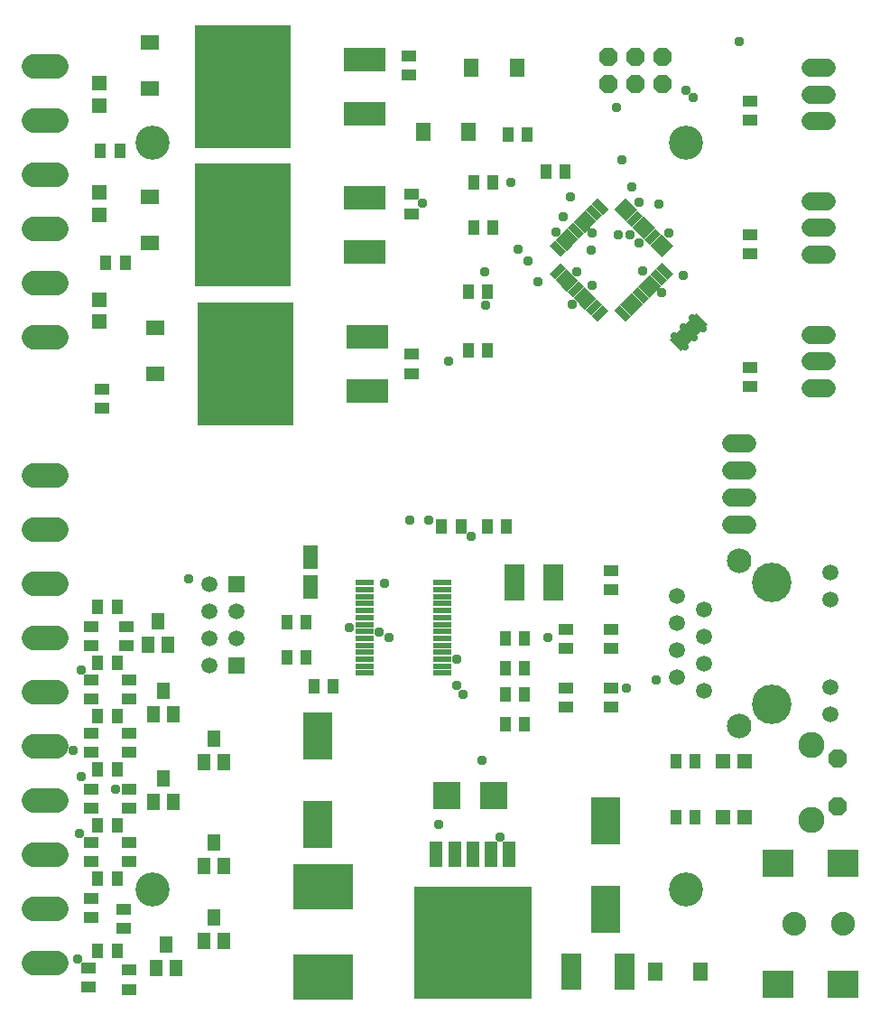
<source format=gbr>
G04 EAGLE Gerber RS-274X export*
G75*
%MOMM*%
%FSLAX34Y34*%
%LPD*%
%INSoldermask Top*%
%IPPOS*%
%AMOC8*
5,1,8,0,0,1.08239X$1,22.5*%
G01*
%ADD10C,3.203200*%
%ADD11R,1.403200X1.403200*%
%ADD12R,1.473200X1.673200*%
%ADD13R,1.003200X1.403200*%
%ADD14R,1.983200X3.403200*%
%ADD15R,3.003200X2.603200*%
%ADD16C,2.235200*%
%ADD17R,1.403200X1.003200*%
%ADD18R,1.673200X1.473200*%
%ADD19R,4.013200X2.286000*%
%ADD20R,9.093200X11.633200*%
%ADD21R,1.511200X1.511200*%
%ADD22C,1.511200*%
%ADD23C,2.298700*%
%ADD24R,1.703200X0.603200*%
%ADD25R,1.903200X3.503200*%
%ADD26R,1.403200X2.203200*%
%ADD27C,2.303200*%
%ADD28C,3.703200*%
%ADD29C,1.727200*%
%ADD30R,1.473200X0.762000*%
%ADD31R,0.762000X1.473200*%
%ADD32C,0.653200*%
%ADD33R,3.495041X1.534159*%
%ADD34R,2.703200X4.503200*%
%ADD35R,5.703200X4.203200*%
%ADD36R,11.003200X10.613200*%
%ADD37R,1.270000X2.362200*%
%ADD38R,2.603200X2.603200*%
%ADD39P,1.869504X8X112.500000*%
%ADD40C,2.451100*%
%ADD41P,1.852186X8X22.500000*%
%ADD42R,1.203200X1.603200*%
%ADD43C,0.959600*%


D10*
X172500Y832500D03*
X672500Y832500D03*
X172500Y132500D03*
X672500Y132500D03*
D11*
X728000Y200000D03*
X707000Y200000D03*
D12*
X686500Y55000D03*
X643500Y55000D03*
D13*
X681500Y200000D03*
X663500Y200000D03*
D14*
X614900Y55000D03*
X565100Y55000D03*
D15*
X820000Y43000D03*
X820000Y157000D03*
X759000Y43000D03*
X759000Y157000D03*
D16*
X820000Y100000D03*
X774280Y100000D03*
D17*
X412500Y914000D03*
X412500Y896000D03*
D18*
X170000Y883500D03*
X170000Y926500D03*
D19*
X371400Y859600D03*
X371400Y910400D03*
D20*
X257100Y885000D03*
D17*
X732500Y621500D03*
X732500Y603500D03*
X732500Y746500D03*
X732500Y728500D03*
X415000Y784000D03*
X415000Y766000D03*
D18*
X170000Y738500D03*
X170000Y781500D03*
D19*
X371400Y729600D03*
X371400Y780400D03*
D20*
X257100Y755000D03*
D21*
X251125Y418250D03*
X251125Y342050D03*
D22*
X251125Y392850D03*
X251125Y367450D03*
X225725Y367450D03*
X225725Y392850D03*
X225725Y418250D03*
X225725Y342050D03*
D23*
X81278Y904500D02*
X60323Y904500D01*
X60323Y853700D02*
X81278Y853700D01*
X81278Y650500D02*
X60323Y650500D01*
X60323Y802900D02*
X81278Y802900D01*
X81278Y752100D02*
X60323Y752100D01*
X60323Y701300D02*
X81278Y701300D01*
D17*
X415000Y634000D03*
X415000Y616000D03*
D18*
X175000Y616000D03*
X175000Y659000D03*
D19*
X373900Y599600D03*
X373900Y650400D03*
D20*
X259600Y625000D03*
D17*
X732500Y871500D03*
X732500Y853500D03*
X115000Y361000D03*
X115000Y379000D03*
X115000Y311000D03*
X115000Y329000D03*
X115000Y261000D03*
X115000Y279000D03*
D24*
X371250Y419750D03*
X371250Y413250D03*
X371250Y406750D03*
X371250Y400250D03*
X371250Y393750D03*
X371250Y387250D03*
X371250Y380750D03*
X371250Y374250D03*
X371250Y367750D03*
X371250Y361250D03*
X371250Y354750D03*
X371250Y348250D03*
X371250Y341750D03*
X371250Y335250D03*
X443750Y335250D03*
X443750Y341750D03*
X443750Y348250D03*
X443750Y354750D03*
X443750Y361250D03*
X443750Y367750D03*
X443750Y374250D03*
X443750Y380750D03*
X443750Y387250D03*
X443750Y393750D03*
X443750Y400250D03*
X443750Y406750D03*
X443750Y413250D03*
X443750Y419750D03*
D13*
X316500Y350000D03*
X298500Y350000D03*
X316500Y382500D03*
X298500Y382500D03*
X341500Y322500D03*
X323500Y322500D03*
D25*
X511500Y420000D03*
X548500Y420000D03*
D13*
X503500Y340000D03*
X521500Y340000D03*
X503500Y367500D03*
X521500Y367500D03*
D17*
X560000Y358500D03*
X560000Y376500D03*
X602500Y358500D03*
X602500Y376500D03*
X602500Y303500D03*
X602500Y321500D03*
X560000Y303500D03*
X560000Y321500D03*
D13*
X521500Y315000D03*
X503500Y315000D03*
D17*
X602500Y431500D03*
X602500Y413500D03*
D13*
X521500Y287500D03*
X503500Y287500D03*
D26*
X320000Y416000D03*
X320000Y444000D03*
D13*
X504000Y472500D03*
X486000Y472500D03*
X461500Y472500D03*
X443500Y472500D03*
D27*
X722700Y285750D03*
X722700Y440650D03*
D22*
X808400Y429450D03*
X808400Y404050D03*
X808400Y322350D03*
X808400Y296950D03*
X664300Y407600D03*
X664300Y382200D03*
X664300Y356800D03*
X664300Y331400D03*
X689700Y395000D03*
X689700Y369600D03*
X689700Y344200D03*
X689700Y318800D03*
D28*
X753000Y306200D03*
X753000Y420200D03*
D29*
X730120Y550600D02*
X714880Y550600D01*
X714880Y525200D02*
X730120Y525200D01*
X730120Y499800D02*
X714880Y499800D01*
X714880Y474400D02*
X730120Y474400D01*
D13*
X524000Y840000D03*
X506000Y840000D03*
X473500Y795000D03*
X491500Y795000D03*
X473500Y752500D03*
X491500Y752500D03*
X663500Y252500D03*
X681500Y252500D03*
D11*
X728000Y252500D03*
X707000Y252500D03*
D30*
G36*
X610540Y680250D02*
X620956Y669834D01*
X615568Y664446D01*
X605152Y674862D01*
X610540Y680250D01*
G37*
G36*
X616197Y685907D02*
X626613Y675491D01*
X621225Y670103D01*
X610809Y680519D01*
X616197Y685907D01*
G37*
G36*
X621854Y691563D02*
X632270Y681147D01*
X626882Y675759D01*
X616466Y686175D01*
X621854Y691563D01*
G37*
G36*
X627511Y697220D02*
X637927Y686804D01*
X632539Y681416D01*
X622123Y691832D01*
X627511Y697220D01*
G37*
G36*
X633168Y702877D02*
X643584Y692461D01*
X638196Y687073D01*
X627780Y697489D01*
X633168Y702877D01*
G37*
G36*
X638825Y708534D02*
X649241Y698118D01*
X643853Y692730D01*
X633437Y703146D01*
X638825Y708534D01*
G37*
G36*
X644481Y714191D02*
X654897Y703775D01*
X649509Y698387D01*
X639093Y708803D01*
X644481Y714191D01*
G37*
G36*
X650138Y719848D02*
X660554Y709432D01*
X655166Y704044D01*
X644750Y714460D01*
X650138Y719848D01*
G37*
D31*
G36*
X655166Y740956D02*
X660554Y735568D01*
X650138Y725152D01*
X644750Y730540D01*
X655166Y740956D01*
G37*
G36*
X649509Y746613D02*
X654897Y741225D01*
X644481Y730809D01*
X639093Y736197D01*
X649509Y746613D01*
G37*
G36*
X643853Y752270D02*
X649241Y746882D01*
X638825Y736466D01*
X633437Y741854D01*
X643853Y752270D01*
G37*
G36*
X638196Y757927D02*
X643584Y752539D01*
X633168Y742123D01*
X627780Y747511D01*
X638196Y757927D01*
G37*
G36*
X632539Y763584D02*
X637927Y758196D01*
X627511Y747780D01*
X622123Y753168D01*
X632539Y763584D01*
G37*
G36*
X626882Y769241D02*
X632270Y763853D01*
X621854Y753437D01*
X616466Y758825D01*
X626882Y769241D01*
G37*
G36*
X621225Y774897D02*
X626613Y769509D01*
X616197Y759093D01*
X610809Y764481D01*
X621225Y774897D01*
G37*
G36*
X615568Y780554D02*
X620956Y775166D01*
X610540Y764750D01*
X605152Y770138D01*
X615568Y780554D01*
G37*
D30*
G36*
X589432Y780554D02*
X599848Y770138D01*
X594460Y764750D01*
X584044Y775166D01*
X589432Y780554D01*
G37*
G36*
X583775Y774897D02*
X594191Y764481D01*
X588803Y759093D01*
X578387Y769509D01*
X583775Y774897D01*
G37*
G36*
X578118Y769241D02*
X588534Y758825D01*
X583146Y753437D01*
X572730Y763853D01*
X578118Y769241D01*
G37*
G36*
X572461Y763584D02*
X582877Y753168D01*
X577489Y747780D01*
X567073Y758196D01*
X572461Y763584D01*
G37*
G36*
X566804Y757927D02*
X577220Y747511D01*
X571832Y742123D01*
X561416Y752539D01*
X566804Y757927D01*
G37*
G36*
X561147Y752270D02*
X571563Y741854D01*
X566175Y736466D01*
X555759Y746882D01*
X561147Y752270D01*
G37*
G36*
X555491Y746613D02*
X565907Y736197D01*
X560519Y730809D01*
X550103Y741225D01*
X555491Y746613D01*
G37*
G36*
X549834Y740956D02*
X560250Y730540D01*
X554862Y725152D01*
X544446Y735568D01*
X549834Y740956D01*
G37*
D31*
G36*
X554862Y719848D02*
X560250Y714460D01*
X549834Y704044D01*
X544446Y709432D01*
X554862Y719848D01*
G37*
G36*
X560519Y714191D02*
X565907Y708803D01*
X555491Y698387D01*
X550103Y703775D01*
X560519Y714191D01*
G37*
G36*
X566175Y708534D02*
X571563Y703146D01*
X561147Y692730D01*
X555759Y698118D01*
X566175Y708534D01*
G37*
G36*
X571832Y702877D02*
X577220Y697489D01*
X566804Y687073D01*
X561416Y692461D01*
X571832Y702877D01*
G37*
G36*
X577489Y697220D02*
X582877Y691832D01*
X572461Y681416D01*
X567073Y686804D01*
X577489Y697220D01*
G37*
G36*
X583146Y691563D02*
X588534Y686175D01*
X578118Y675759D01*
X572730Y681147D01*
X583146Y691563D01*
G37*
G36*
X588803Y685907D02*
X594191Y680519D01*
X583775Y670103D01*
X578387Y675491D01*
X588803Y685907D01*
G37*
G36*
X594460Y680250D02*
X599848Y674862D01*
X589432Y664446D01*
X584044Y669834D01*
X594460Y680250D01*
G37*
D13*
X541000Y805000D03*
X559000Y805000D03*
X486500Y692500D03*
X468500Y692500D03*
D32*
X661371Y651659D02*
X671659Y641371D01*
X680144Y649856D02*
X669856Y660144D01*
X678341Y668629D02*
X688629Y658341D01*
D33*
G36*
X692780Y661896D02*
X668068Y637184D01*
X657220Y648032D01*
X681932Y672744D01*
X692780Y661896D01*
G37*
D13*
X486500Y637500D03*
X468500Y637500D03*
D34*
X327500Y193500D03*
X327500Y276500D03*
X597500Y113500D03*
X597500Y196500D03*
D35*
X332500Y135000D03*
X332500Y50000D03*
D36*
X472500Y82100D03*
D37*
X506536Y165412D03*
X489518Y165412D03*
X472500Y165412D03*
X455482Y165412D03*
X438464Y165412D03*
D38*
X492000Y220000D03*
X448000Y220000D03*
D39*
X814946Y209894D03*
X814946Y255106D03*
D40*
X790054Y197448D03*
X790054Y267552D03*
D29*
X789880Y652500D02*
X805120Y652500D01*
X805120Y627500D02*
X789880Y627500D01*
X789880Y602500D02*
X805120Y602500D01*
X805120Y777500D02*
X789880Y777500D01*
X789880Y752500D02*
X805120Y752500D01*
X805120Y727500D02*
X789880Y727500D01*
X789880Y902500D02*
X805120Y902500D01*
X805120Y877500D02*
X789880Y877500D01*
X789880Y852500D02*
X805120Y852500D01*
D23*
X81278Y521100D02*
X60323Y521100D01*
X60323Y470300D02*
X81278Y470300D01*
X81278Y63900D02*
X60323Y63900D01*
X60323Y419500D02*
X81278Y419500D01*
X81278Y368700D02*
X60323Y368700D01*
X60323Y114700D02*
X81278Y114700D01*
X81278Y317900D02*
X60323Y317900D01*
X60323Y267100D02*
X81278Y267100D01*
X81278Y165500D02*
X60323Y165500D01*
X60323Y216300D02*
X81278Y216300D01*
D17*
X115000Y208500D03*
X115000Y226500D03*
X115000Y158500D03*
X115000Y176500D03*
X115000Y106000D03*
X115000Y124000D03*
X112500Y41000D03*
X112500Y59000D03*
D41*
X599600Y887300D03*
X599600Y912700D03*
X625000Y887300D03*
X625000Y912700D03*
X650400Y887300D03*
X650400Y912700D03*
D12*
X514000Y902500D03*
X471000Y902500D03*
D17*
X125000Y601500D03*
X125000Y583500D03*
D11*
X122500Y685500D03*
X122500Y664500D03*
D13*
X123500Y825000D03*
X141500Y825000D03*
D11*
X122500Y888000D03*
X122500Y867000D03*
D13*
X128500Y720000D03*
X146500Y720000D03*
D11*
X122500Y785500D03*
X122500Y764500D03*
D12*
X469000Y842500D03*
X426000Y842500D03*
D13*
X139000Y397500D03*
X121000Y397500D03*
D17*
X147500Y379000D03*
X147500Y361000D03*
D42*
X177500Y383500D03*
X187000Y361500D03*
X168000Y361500D03*
D13*
X139000Y345000D03*
X121000Y345000D03*
D17*
X150000Y329000D03*
X150000Y311000D03*
D42*
X182500Y318500D03*
X192000Y296500D03*
X173000Y296500D03*
D13*
X139000Y295000D03*
X121000Y295000D03*
D17*
X150000Y279000D03*
X150000Y261000D03*
D42*
X230000Y273500D03*
X239500Y251500D03*
X220500Y251500D03*
D13*
X139000Y245000D03*
X121000Y245000D03*
D17*
X150000Y226500D03*
X150000Y208500D03*
D42*
X182500Y236000D03*
X192000Y214000D03*
X173000Y214000D03*
D13*
X139000Y192500D03*
X121000Y192500D03*
D17*
X150000Y176500D03*
X150000Y158500D03*
D42*
X230000Y176000D03*
X239500Y154000D03*
X220500Y154000D03*
D13*
X139000Y142500D03*
X121000Y142500D03*
D17*
X145000Y114000D03*
X145000Y96000D03*
D42*
X230000Y106000D03*
X239500Y84000D03*
X220500Y84000D03*
D13*
X139000Y75000D03*
X121000Y75000D03*
D17*
X150000Y56500D03*
X150000Y38500D03*
D42*
X185000Y81000D03*
X194500Y59000D03*
X175500Y59000D03*
D43*
X440856Y192875D03*
X498004Y181649D03*
X542906Y368401D03*
X393913Y368401D03*
X612300Y816400D03*
X431672Y478615D03*
X646997Y774560D03*
X515353Y732719D03*
X206141Y423508D03*
X570460Y711289D03*
X389831Y419426D03*
X524537Y721494D03*
X631690Y712309D03*
X566378Y680674D03*
X656182Y748027D03*
X425549Y775580D03*
X607198Y865384D03*
X481676Y253084D03*
X357175Y377585D03*
X583726Y731699D03*
X628628Y776601D03*
X413303Y478615D03*
X670469Y708227D03*
X384729Y373503D03*
X628628Y738842D03*
X564337Y781703D03*
X620464Y745986D03*
X97968Y262269D03*
X533722Y702104D03*
X105112Y337786D03*
X483717Y711289D03*
X722514Y927635D03*
X471471Y463307D03*
X457184Y347991D03*
X616382Y321458D03*
X457184Y323499D03*
X644956Y328601D03*
X463307Y315335D03*
X584747Y699043D03*
X621485Y790888D03*
X104091Y184711D03*
X450041Y627608D03*
X137768Y226551D03*
X484738Y679653D03*
X679653Y874569D03*
X105112Y237777D03*
X584747Y748027D03*
X102050Y67353D03*
X551070Y749047D03*
X650059Y691899D03*
X672510Y881712D03*
X508209Y794970D03*
X557193Y763334D03*
X609239Y745986D03*
M02*

</source>
